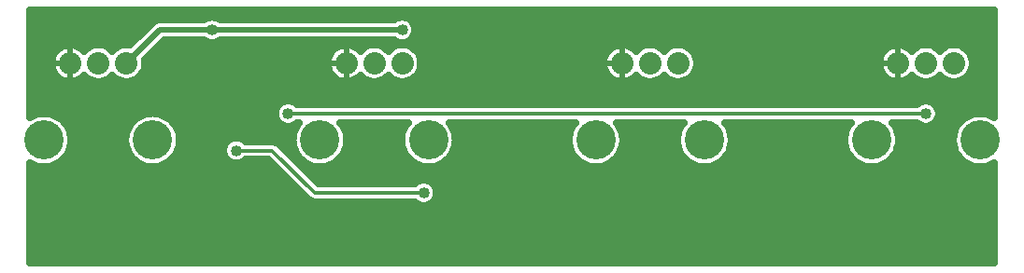
<source format=gbr>
G04 DipTrace 3.3.1.3*
G04 Bottom.gbr*
%MOIN*%
G04 #@! TF.FileFunction,Copper,L2,Bot*
G04 #@! TF.Part,Single*
G04 #@! TA.AperFunction,Conductor*
%ADD13C,0.012*%
G04 #@! TA.AperFunction,CopperBalancing*
%ADD14C,0.02*%
%ADD15C,0.025*%
G04 #@! TA.AperFunction,ComponentPad*
%ADD32C,0.08*%
%ADD33C,0.14*%
G04 #@! TA.AperFunction,ViaPad*
%ADD35C,0.04*%
%FSLAX26Y26*%
G04*
G70*
G90*
G75*
G01*
G04 Bottom*
%LPD*%
X1562992Y968504D2*
D13*
X3838583D1*
X1377953Y835827D2*
X1506693D1*
X1657480Y685039D1*
X2046748D1*
X985827Y1148327D2*
D14*
X1105217Y1267717D1*
X1291339D1*
X1970079D1*
D35*
X1562992Y968504D3*
X3838583D3*
X1377953Y835827D3*
X2046748Y685039D3*
X1970079Y1267717D3*
D3*
X1291339D3*
X644940Y1313025D2*
D15*
X1278427D1*
X1304276D2*
X1957140D1*
X1982988D2*
X4079474D1*
X644940Y1288156D2*
X1071554D1*
X2014352D2*
X4079474D1*
X644940Y1263287D2*
X1046686D1*
X2018873D2*
X4079474D1*
X644940Y1238419D2*
X1021819D1*
X2008682D2*
X4079474D1*
X644940Y1213550D2*
X770415D1*
X801251D2*
X870387D1*
X901260D2*
X970396D1*
X1105154D2*
X1754646D1*
X1785518D2*
X1854655D1*
X1885491D2*
X1954664D1*
X1985500D2*
X2738913D1*
X2769749D2*
X2838886D1*
X2869759D2*
X2938895D1*
X2969768D2*
X3723144D1*
X3754017D2*
X3823154D1*
X3854026D2*
X3923163D1*
X3954000D2*
X4079474D1*
X644940Y1188681D2*
X730475D1*
X1080286D2*
X1714743D1*
X2025440D2*
X2698974D1*
X3009671D2*
X3683241D1*
X3993938D2*
X4079474D1*
X644940Y1163812D2*
X718669D1*
X1055419D2*
X1702900D1*
X2037245D2*
X2687168D1*
X3021478D2*
X3671436D1*
X4005744D2*
X4079474D1*
X644940Y1138944D2*
X717486D1*
X1054163D2*
X1701752D1*
X2038394D2*
X2686020D1*
X3022661D2*
X3670251D1*
X4006892D2*
X4079474D1*
X644940Y1114075D2*
X726348D1*
X1045335D2*
X1710580D1*
X2029567D2*
X2694848D1*
X3013833D2*
X3679079D1*
X3998066D2*
X4079474D1*
X644940Y1089206D2*
X752903D1*
X818762D2*
X852912D1*
X918772D2*
X952886D1*
X1018745D2*
X1737134D1*
X1802993D2*
X1837143D1*
X1903003D2*
X1937152D1*
X2003012D2*
X2721402D1*
X2787261D2*
X2821411D1*
X2887270D2*
X2921385D1*
X2987244D2*
X3705669D1*
X3771529D2*
X3805642D1*
X3871501D2*
X3905651D1*
X3971510D2*
X4079474D1*
X644940Y1064337D2*
X4079474D1*
X644940Y1039469D2*
X4079474D1*
X644940Y1014600D2*
X1554448D1*
X1571575D2*
X3830008D1*
X3847126D2*
X4079474D1*
X644940Y989731D2*
X1519138D1*
X3882446D2*
X4079474D1*
X644940Y964862D2*
X659066D1*
X725105D2*
X1046543D1*
X1112581D2*
X1514150D1*
X3887434D2*
X3999310D1*
X4065348D2*
X4079474D1*
X764362Y939993D2*
X1007322D1*
X1151839D2*
X1523766D1*
X3877818D2*
X3960051D1*
X781550Y915125D2*
X990097D1*
X1169028D2*
X1586887D1*
X1765818D2*
X1974365D1*
X2153295D2*
X2571118D1*
X2750049D2*
X2958596D1*
X3137526D2*
X3555386D1*
X3734316D2*
X3942864D1*
X789588Y890256D2*
X982059D1*
X1177066D2*
X1578849D1*
X1773820D2*
X1966327D1*
X2161298D2*
X2563080D1*
X2758087D2*
X2950558D1*
X3145564D2*
X3547348D1*
X3742354D2*
X3934825D1*
X790736Y865387D2*
X980911D1*
X1178214D2*
X1339573D1*
X1522667D2*
X1577665D1*
X1775004D2*
X1965142D1*
X2162482D2*
X2561932D1*
X2759272D2*
X2949409D1*
X3146749D2*
X3546164D1*
X3743503D2*
X3933640D1*
X785318Y840518D2*
X986329D1*
X1172795D2*
X1329202D1*
X1550441D2*
X1583083D1*
X1769585D2*
X1970560D1*
X2157063D2*
X2567350D1*
X2753818D2*
X2954828D1*
X3141331D2*
X3551583D1*
X3738084D2*
X3939096D1*
X771933Y815650D2*
X999714D1*
X1159411D2*
X1333580D1*
X1575308D2*
X1596469D1*
X1756201D2*
X1983945D1*
X2143678D2*
X2580735D1*
X2740432D2*
X2968213D1*
X3127945D2*
X3565003D1*
X3724699D2*
X3952480D1*
X744554Y790781D2*
X1027093D1*
X1132031D2*
X1363938D1*
X1391976D2*
X1503277D1*
X1600176D2*
X1623883D1*
X1728822D2*
X2011361D1*
X2116298D2*
X2608115D1*
X2713052D2*
X2995592D1*
X3100530D2*
X3592382D1*
X3697320D2*
X3979860D1*
X644940Y765912D2*
X1528144D1*
X1625045D2*
X4079474D1*
X644940Y741043D2*
X1553012D1*
X1649912D2*
X4079474D1*
X644940Y716175D2*
X1577881D1*
X2083787D2*
X4079474D1*
X644940Y691306D2*
X1602748D1*
X2095306D2*
X4079474D1*
X644940Y666437D2*
X1627615D1*
X2091861D2*
X4079474D1*
X644940Y641568D2*
X2027760D1*
X2065738D2*
X4079474D1*
X644940Y616699D2*
X4079474D1*
X644940Y591831D2*
X4079474D1*
X644940Y566962D2*
X4079474D1*
X644940Y542093D2*
X4079474D1*
X644940Y517224D2*
X4079474D1*
X644940Y492356D2*
X4079474D1*
X644940Y467487D2*
X4079474D1*
X644940Y442618D2*
X4079474D1*
X835823Y1104492D2*
X830752Y1099307D1*
X825072Y1094651D1*
X818912Y1090650D1*
X812348Y1087353D1*
X805461Y1084799D1*
X798333Y1083021D1*
X791054Y1082041D1*
X783711Y1081869D1*
X776394Y1082507D1*
X769192Y1083949D1*
X762192Y1086177D1*
X755480Y1089163D1*
X749140Y1092871D1*
X743247Y1097256D1*
X737874Y1102265D1*
X733085Y1107835D1*
X728941Y1113899D1*
X725491Y1120383D1*
X722777Y1127210D1*
X720832Y1134293D1*
X719681Y1141547D1*
X719337Y1148885D1*
X719804Y1156215D1*
X721077Y1163449D1*
X723140Y1170499D1*
X725969Y1177278D1*
X729526Y1183703D1*
X733773Y1189698D1*
X738654Y1195186D1*
X744110Y1200104D1*
X750076Y1204390D1*
X756478Y1207991D1*
X763238Y1210865D1*
X770273Y1212974D1*
X777499Y1214295D1*
X784825Y1214811D1*
X792165Y1214516D1*
X799428Y1213413D1*
X806524Y1211516D1*
X813367Y1208848D1*
X819874Y1205441D1*
X825966Y1201336D1*
X831568Y1196585D1*
X835827Y1192151D1*
X842643Y1198887D1*
X851085Y1205021D1*
X860382Y1209757D1*
X870304Y1212982D1*
X880610Y1214614D1*
X891043D1*
X901349Y1212982D1*
X911272Y1209757D1*
X920568Y1205021D1*
X929010Y1198887D1*
X935820Y1192123D1*
X942643Y1198887D1*
X951085Y1205021D1*
X960382Y1209757D1*
X970304Y1212982D1*
X980610Y1214614D1*
X991043D1*
X999289Y1213391D1*
X1081517Y1295466D1*
X1086150Y1298831D1*
X1091252Y1301430D1*
X1096698Y1303201D1*
X1102353Y1304096D1*
X1151148Y1304209D1*
X1262497D1*
X1267046Y1307357D1*
X1273547Y1310669D1*
X1280486Y1312924D1*
X1287690Y1314066D1*
X1294987D1*
X1302192Y1312924D1*
X1309130Y1310669D1*
X1315631Y1307357D1*
X1320088Y1304209D1*
X1941238D1*
X1945786Y1307357D1*
X1952287Y1310669D1*
X1959226Y1312924D1*
X1966430Y1314066D1*
X1973727D1*
X1980932Y1312924D1*
X1987870Y1310669D1*
X1994371Y1307357D1*
X2000273Y1303070D1*
X2005432Y1297911D1*
X2009719Y1292009D1*
X2013031Y1285508D1*
X2015286Y1278570D1*
X2016428Y1271365D1*
Y1264068D1*
X2015286Y1256864D1*
X2013031Y1249925D1*
X2009719Y1243424D1*
X2005432Y1237522D1*
X2000273Y1232364D1*
X1994371Y1228076D1*
X1987870Y1224764D1*
X1980932Y1222509D1*
X1973727Y1221367D1*
X1966430D1*
X1959226Y1222509D1*
X1952287Y1224764D1*
X1945786Y1228076D1*
X1941329Y1231224D1*
X1320180D1*
X1315631Y1228076D1*
X1309130Y1224764D1*
X1302192Y1222509D1*
X1294987Y1221367D1*
X1287690D1*
X1280486Y1222509D1*
X1273547Y1224764D1*
X1267046Y1228076D1*
X1262589Y1231224D1*
X1120350D1*
X1050915Y1161807D1*
X1052114Y1153543D1*
Y1143110D1*
X1050482Y1132804D1*
X1047257Y1122882D1*
X1042521Y1113585D1*
X1036387Y1105143D1*
X1029010Y1097766D1*
X1020568Y1091633D1*
X1011272Y1086896D1*
X1001349Y1083672D1*
X991043Y1082039D1*
X980610D1*
X970304Y1083672D1*
X960382Y1086896D1*
X951085Y1091633D1*
X942643Y1097766D1*
X935833Y1104530D1*
X929010Y1097766D1*
X920568Y1091633D1*
X911272Y1086896D1*
X901349Y1083672D1*
X891043Y1082039D1*
X880610D1*
X870304Y1083672D1*
X860382Y1086896D1*
X851085Y1091633D1*
X842643Y1097766D1*
X835833Y1104530D1*
X788281Y865756D2*
X787391Y858232D1*
X785912Y850801D1*
X783856Y843509D1*
X781234Y836400D1*
X778062Y829520D1*
X774360Y822909D1*
X770151Y816610D1*
X765459Y810660D1*
X760316Y805097D1*
X754753Y799954D1*
X748803Y795262D1*
X742504Y791054D1*
X735894Y787352D1*
X729013Y784180D1*
X721904Y781558D1*
X714613Y779501D1*
X707181Y778022D1*
X699657Y777133D1*
X692087Y776835D1*
X684516Y777133D1*
X676992Y778022D1*
X669560Y779501D1*
X662269Y781558D1*
X655160Y784180D1*
X648280Y787352D1*
X642419Y790634D1*
X642421Y433732D1*
X4082016Y433760D1*
X4081988Y790615D1*
X4076130Y787352D1*
X4069249Y784180D1*
X4062140Y781558D1*
X4054849Y779501D1*
X4047417Y778022D1*
X4039894Y777133D1*
X4032323Y776835D1*
X4024752Y777133D1*
X4017228Y778022D1*
X4009797Y779501D1*
X4002505Y781558D1*
X3995396Y784180D1*
X3988516Y787352D1*
X3981906Y791054D1*
X3975606Y795262D1*
X3969656Y799954D1*
X3964093Y805097D1*
X3958950Y810660D1*
X3954259Y816610D1*
X3950050Y822909D1*
X3946348Y829520D1*
X3943176Y836400D1*
X3940554Y843509D1*
X3938497Y850801D1*
X3937018Y858232D1*
X3936129Y865756D1*
X3935831Y873327D1*
X3936129Y880898D1*
X3937018Y888421D1*
X3938497Y895853D1*
X3940554Y903144D1*
X3943176Y910253D1*
X3946348Y917134D1*
X3950050Y923744D1*
X3954259Y930043D1*
X3958950Y935993D1*
X3964093Y941556D1*
X3969656Y946699D1*
X3975606Y951391D1*
X3981906Y955600D1*
X3988516Y959302D1*
X3995396Y962474D1*
X4002505Y965096D1*
X4009797Y967152D1*
X4017228Y968631D1*
X4024752Y969521D1*
X4032323Y969819D1*
X4039894Y969521D1*
X4047417Y968631D1*
X4054849Y967152D1*
X4062140Y965096D1*
X4069249Y962474D1*
X4076130Y959302D1*
X4081991Y956020D1*
X4081988Y1337921D1*
X642394Y1337894D1*
X642421Y956063D1*
X648280Y959302D1*
X655160Y962474D1*
X662269Y965096D1*
X669560Y967152D1*
X676992Y968631D1*
X684516Y969521D1*
X692087Y969819D1*
X699657Y969521D1*
X707181Y968631D1*
X714613Y967152D1*
X721904Y965096D1*
X729013Y962474D1*
X735894Y959302D1*
X742504Y955600D1*
X748803Y951391D1*
X754753Y946699D1*
X760316Y941556D1*
X765459Y935993D1*
X770151Y930043D1*
X774360Y923744D1*
X778062Y917134D1*
X781234Y910253D1*
X783856Y903144D1*
X785912Y895853D1*
X787391Y888421D1*
X788281Y880898D1*
X788579Y873327D1*
X788281Y865756D1*
X1175761D2*
X1174871Y858232D1*
X1173392Y850801D1*
X1171336Y843509D1*
X1168714Y836400D1*
X1165542Y829520D1*
X1161840Y822909D1*
X1157631Y816610D1*
X1152940Y810660D1*
X1147797Y805097D1*
X1142234Y799954D1*
X1136283Y795262D1*
X1129984Y791054D1*
X1123374Y787352D1*
X1116493Y784180D1*
X1109385Y781558D1*
X1102093Y779501D1*
X1094661Y778022D1*
X1087138Y777133D1*
X1079567Y776835D1*
X1071996Y777133D1*
X1064472Y778022D1*
X1057041Y779501D1*
X1049749Y781558D1*
X1042640Y784180D1*
X1035760Y787352D1*
X1029150Y791054D1*
X1022850Y795262D1*
X1016900Y799954D1*
X1011337Y805097D1*
X1006194Y810660D1*
X1001503Y816610D1*
X997294Y822909D1*
X993592Y829520D1*
X990420Y836400D1*
X987798Y843509D1*
X985741Y850801D1*
X984262Y858232D1*
X983373Y865756D1*
X983075Y873327D1*
X983373Y880898D1*
X984262Y888421D1*
X985741Y895853D1*
X987798Y903144D1*
X990420Y910253D1*
X993592Y917134D1*
X997294Y923744D1*
X1001503Y930043D1*
X1006194Y935993D1*
X1011337Y941556D1*
X1016900Y946699D1*
X1022850Y951391D1*
X1029150Y955600D1*
X1035760Y959302D1*
X1042640Y962474D1*
X1049749Y965096D1*
X1057041Y967152D1*
X1064472Y968631D1*
X1071996Y969521D1*
X1079567Y969819D1*
X1087138Y969521D1*
X1094661Y968631D1*
X1102093Y967152D1*
X1109385Y965096D1*
X1116493Y962474D1*
X1123374Y959302D1*
X1129984Y955600D1*
X1136283Y951391D1*
X1142234Y946699D1*
X1147797Y941556D1*
X1152940Y935993D1*
X1157631Y930043D1*
X1161840Y923744D1*
X1165542Y917134D1*
X1168714Y910253D1*
X1171336Y903144D1*
X1173392Y895853D1*
X1174871Y888421D1*
X1175761Y880898D1*
X1176059Y873327D1*
X1175761Y865756D1*
X1820075Y1104492D2*
X1815004Y1099307D1*
X1809324Y1094651D1*
X1803164Y1090650D1*
X1796600Y1087353D1*
X1789713Y1084799D1*
X1782585Y1083021D1*
X1775306Y1082041D1*
X1767963Y1081869D1*
X1760646Y1082507D1*
X1753444Y1083949D1*
X1746444Y1086177D1*
X1739732Y1089163D1*
X1733392Y1092871D1*
X1727499Y1097256D1*
X1722126Y1102265D1*
X1717337Y1107835D1*
X1713193Y1113899D1*
X1709743Y1120383D1*
X1707029Y1127210D1*
X1705084Y1134293D1*
X1703933Y1141547D1*
X1703589Y1148885D1*
X1704056Y1156215D1*
X1705329Y1163449D1*
X1707392Y1170499D1*
X1710220Y1177278D1*
X1713778Y1183703D1*
X1718025Y1189698D1*
X1722906Y1195186D1*
X1728362Y1200104D1*
X1734328Y1204390D1*
X1740730Y1207991D1*
X1747490Y1210865D1*
X1754525Y1212974D1*
X1761751Y1214295D1*
X1769077Y1214811D1*
X1776417Y1214516D1*
X1783680Y1213413D1*
X1790776Y1211516D1*
X1797619Y1208848D1*
X1804126Y1205441D1*
X1810218Y1201336D1*
X1815820Y1196585D1*
X1820079Y1192151D1*
X1826895Y1198887D1*
X1835337Y1205021D1*
X1844634Y1209757D1*
X1854556Y1212982D1*
X1864862Y1214614D1*
X1875295D1*
X1885601Y1212982D1*
X1895524Y1209757D1*
X1904820Y1205021D1*
X1913262Y1198887D1*
X1920072Y1192123D1*
X1926895Y1198887D1*
X1935337Y1205021D1*
X1944634Y1209757D1*
X1954556Y1212982D1*
X1964862Y1214614D1*
X1975295D1*
X1985601Y1212982D1*
X1995524Y1209757D1*
X2004820Y1205021D1*
X2013262Y1198887D1*
X2020639Y1191510D1*
X2026773Y1183068D1*
X2031509Y1173772D1*
X2034734Y1163849D1*
X2036366Y1153543D1*
Y1143110D1*
X2034734Y1132804D1*
X2031509Y1122882D1*
X2026773Y1113585D1*
X2020639Y1105143D1*
X2013262Y1097766D1*
X2004820Y1091633D1*
X1995524Y1086896D1*
X1985601Y1083672D1*
X1975295Y1082039D1*
X1964862D1*
X1954556Y1083672D1*
X1944634Y1086896D1*
X1935337Y1091633D1*
X1926895Y1097766D1*
X1920085Y1104530D1*
X1913262Y1097766D1*
X1904820Y1091633D1*
X1895524Y1086896D1*
X1885601Y1083672D1*
X1875295Y1082039D1*
X1864862D1*
X1854556Y1083672D1*
X1844634Y1086896D1*
X1835337Y1091633D1*
X1826895Y1097766D1*
X1820085Y1104530D1*
X1772533Y865756D2*
X1771643Y858232D1*
X1770164Y850801D1*
X1768108Y843509D1*
X1765486Y836400D1*
X1762314Y829520D1*
X1758612Y822909D1*
X1754403Y816610D1*
X1749711Y810660D1*
X1744568Y805097D1*
X1739005Y799954D1*
X1733055Y795262D1*
X1726756Y791054D1*
X1720146Y787352D1*
X1713265Y784180D1*
X1706156Y781558D1*
X1698865Y779501D1*
X1691433Y778022D1*
X1683909Y777133D1*
X1676339Y776835D1*
X1668768Y777133D1*
X1661244Y778022D1*
X1653812Y779501D1*
X1646521Y781558D1*
X1639412Y784180D1*
X1632531Y787352D1*
X1625921Y791054D1*
X1619622Y795262D1*
X1613672Y799954D1*
X1608109Y805097D1*
X1602966Y810660D1*
X1598274Y816610D1*
X1594066Y822909D1*
X1590364Y829520D1*
X1587192Y836400D1*
X1584570Y843509D1*
X1582513Y850801D1*
X1581034Y858232D1*
X1580144Y865756D1*
X1579846Y873327D1*
X1580144Y880898D1*
X1581034Y888421D1*
X1582513Y895853D1*
X1584570Y903144D1*
X1587192Y910253D1*
X1590364Y917134D1*
X1594066Y923744D1*
X1598274Y930043D1*
X1602986Y936016D1*
X1596215Y936012D1*
X1590319Y930891D1*
X1584100Y927079D1*
X1577360Y924287D1*
X1570265Y922584D1*
X1562992Y922012D1*
X1555719Y922584D1*
X1548625Y924287D1*
X1541885Y927079D1*
X1535665Y930891D1*
X1530117Y935629D1*
X1525379Y941177D1*
X1521567Y947396D1*
X1518776Y954136D1*
X1517072Y961231D1*
X1516500Y968504D1*
X1517072Y975777D1*
X1518776Y982871D1*
X1521567Y989612D1*
X1525379Y995831D1*
X1530117Y1001379D1*
X1535665Y1006117D1*
X1541885Y1009929D1*
X1548625Y1012720D1*
X1555719Y1014424D1*
X1562992Y1014996D1*
X1570265Y1014424D1*
X1577360Y1012720D1*
X1584100Y1009929D1*
X1590319Y1006117D1*
X1596226Y1000991D1*
X3805360Y1000996D1*
X3811256Y1006117D1*
X3817475Y1009929D1*
X3824215Y1012720D1*
X3831310Y1014424D1*
X3838583Y1014996D1*
X3845856Y1014424D1*
X3852950Y1012720D1*
X3859690Y1009929D1*
X3865909Y1006117D1*
X3871458Y1001379D1*
X3876196Y995831D1*
X3880008Y989612D1*
X3882799Y982871D1*
X3884503Y975777D1*
X3885075Y968504D1*
X3884503Y961231D1*
X3882799Y954136D1*
X3880008Y947396D1*
X3876196Y941177D1*
X3871458Y935629D1*
X3865909Y930891D1*
X3859690Y927079D1*
X3852950Y924287D1*
X3845856Y922584D1*
X3838583Y922012D1*
X3831310Y922584D1*
X3824215Y924287D1*
X3817475Y927079D1*
X3811256Y930891D1*
X3805349Y936017D1*
X3718215Y935993D1*
X3722907Y930043D1*
X3727115Y923744D1*
X3730818Y917134D1*
X3733990Y910253D1*
X3736612Y903144D1*
X3738668Y895853D1*
X3740147Y888421D1*
X3741037Y880898D1*
X3741335Y873327D1*
X3741037Y865756D1*
X3740147Y858232D1*
X3738668Y850801D1*
X3736612Y843509D1*
X3733990Y836400D1*
X3730818Y829520D1*
X3727115Y822909D1*
X3722907Y816610D1*
X3718215Y810660D1*
X3713072Y805097D1*
X3707509Y799954D1*
X3701559Y795262D1*
X3695260Y791054D1*
X3688650Y787352D1*
X3681769Y784180D1*
X3674660Y781558D1*
X3667369Y779501D1*
X3659937Y778022D1*
X3652413Y777133D1*
X3644843Y776835D1*
X3637272Y777133D1*
X3629748Y778022D1*
X3622316Y779501D1*
X3615025Y781558D1*
X3607916Y784180D1*
X3601035Y787352D1*
X3594425Y791054D1*
X3588126Y795262D1*
X3582176Y799954D1*
X3576613Y805097D1*
X3571470Y810660D1*
X3566778Y816610D1*
X3562570Y822909D1*
X3558867Y829520D1*
X3555696Y836400D1*
X3553073Y843509D1*
X3551017Y850801D1*
X3549538Y858232D1*
X3548648Y865756D1*
X3548350Y873327D1*
X3548648Y880898D1*
X3549538Y888421D1*
X3551017Y895853D1*
X3553073Y903144D1*
X3555696Y910253D1*
X3558867Y917134D1*
X3562570Y923744D1*
X3566778Y930043D1*
X3571490Y936016D1*
X3121444Y935993D1*
X3126135Y930043D1*
X3130344Y923744D1*
X3134046Y917134D1*
X3137218Y910253D1*
X3139840Y903144D1*
X3141896Y895853D1*
X3143375Y888421D1*
X3144265Y880898D1*
X3144563Y873327D1*
X3144265Y865756D1*
X3143375Y858232D1*
X3141896Y850801D1*
X3139840Y843509D1*
X3137218Y836400D1*
X3134046Y829520D1*
X3130344Y822909D1*
X3126135Y816610D1*
X3121444Y810660D1*
X3116301Y805097D1*
X3110738Y799954D1*
X3104787Y795262D1*
X3098488Y791054D1*
X3091878Y787352D1*
X3084997Y784180D1*
X3077888Y781558D1*
X3070597Y779501D1*
X3063165Y778022D1*
X3055642Y777133D1*
X3048071Y776835D1*
X3040500Y777133D1*
X3032976Y778022D1*
X3025545Y779501D1*
X3018253Y781558D1*
X3011144Y784180D1*
X3004264Y787352D1*
X2997654Y791054D1*
X2991354Y795262D1*
X2985404Y799954D1*
X2979841Y805097D1*
X2974698Y810660D1*
X2970007Y816610D1*
X2965798Y822909D1*
X2962096Y829520D1*
X2958924Y836400D1*
X2956302Y843509D1*
X2954245Y850801D1*
X2952766Y858232D1*
X2951877Y865756D1*
X2951579Y873327D1*
X2951877Y880898D1*
X2952766Y888421D1*
X2954245Y895853D1*
X2956302Y903144D1*
X2958924Y910253D1*
X2962096Y917134D1*
X2965798Y923744D1*
X2970007Y930043D1*
X2974718Y936016D1*
X2733963Y935993D1*
X2738655Y930043D1*
X2742864Y923744D1*
X2746566Y917134D1*
X2749738Y910253D1*
X2752360Y903144D1*
X2754416Y895853D1*
X2755895Y888421D1*
X2756785Y880898D1*
X2757083Y873327D1*
X2756785Y865756D1*
X2755895Y858232D1*
X2754416Y850801D1*
X2752360Y843509D1*
X2749738Y836400D1*
X2746566Y829520D1*
X2742864Y822909D1*
X2738655Y816610D1*
X2733963Y810660D1*
X2728820Y805097D1*
X2723257Y799954D1*
X2717307Y795262D1*
X2711008Y791054D1*
X2704398Y787352D1*
X2697517Y784180D1*
X2690408Y781558D1*
X2683117Y779501D1*
X2675685Y778022D1*
X2668161Y777133D1*
X2660591Y776835D1*
X2653020Y777133D1*
X2645496Y778022D1*
X2638064Y779501D1*
X2630773Y781558D1*
X2623664Y784180D1*
X2616783Y787352D1*
X2610173Y791054D1*
X2603874Y795262D1*
X2597924Y799954D1*
X2592361Y805097D1*
X2587218Y810660D1*
X2582526Y816610D1*
X2578318Y822909D1*
X2574615Y829520D1*
X2571444Y836400D1*
X2568822Y843509D1*
X2566765Y850801D1*
X2565286Y858232D1*
X2564396Y865756D1*
X2564098Y873327D1*
X2564396Y880898D1*
X2565286Y888421D1*
X2566765Y895853D1*
X2568822Y903144D1*
X2571444Y910253D1*
X2574615Y917134D1*
X2578318Y923744D1*
X2582526Y930043D1*
X2587238Y936016D1*
X2137192Y935993D1*
X2141883Y930043D1*
X2146092Y923744D1*
X2149794Y917134D1*
X2152966Y910253D1*
X2155588Y903144D1*
X2157644Y895853D1*
X2159123Y888421D1*
X2160013Y880898D1*
X2160311Y873327D1*
X2160013Y865756D1*
X2159123Y858232D1*
X2157644Y850801D1*
X2155588Y843509D1*
X2152966Y836400D1*
X2149794Y829520D1*
X2146092Y822909D1*
X2141883Y816610D1*
X2137192Y810660D1*
X2132049Y805097D1*
X2126486Y799954D1*
X2120535Y795262D1*
X2114236Y791054D1*
X2107626Y787352D1*
X2100745Y784180D1*
X2093636Y781558D1*
X2086345Y779501D1*
X2078913Y778022D1*
X2071390Y777133D1*
X2063819Y776835D1*
X2056248Y777133D1*
X2048724Y778022D1*
X2041293Y779501D1*
X2034001Y781558D1*
X2026892Y784180D1*
X2020012Y787352D1*
X2013402Y791054D1*
X2007102Y795262D1*
X2001152Y799954D1*
X1995589Y805097D1*
X1990446Y810660D1*
X1985755Y816610D1*
X1981546Y822909D1*
X1977844Y829520D1*
X1974672Y836400D1*
X1972050Y843509D1*
X1969993Y850801D1*
X1968514Y858232D1*
X1967625Y865756D1*
X1967327Y873327D1*
X1967625Y880898D1*
X1968514Y888421D1*
X1969993Y895853D1*
X1972050Y903144D1*
X1974672Y910253D1*
X1977844Y917134D1*
X1981546Y923744D1*
X1985755Y930043D1*
X1990466Y936016D1*
X1749711Y935993D1*
X1754403Y930043D1*
X1758612Y923744D1*
X1762314Y917134D1*
X1765486Y910253D1*
X1768108Y903144D1*
X1770164Y895853D1*
X1771643Y888421D1*
X1772533Y880898D1*
X1772831Y873327D1*
X1772533Y865756D1*
X2804327Y1104492D2*
X2799256Y1099307D1*
X2793576Y1094651D1*
X2787416Y1090650D1*
X2780852Y1087353D1*
X2773965Y1084799D1*
X2766837Y1083021D1*
X2759558Y1082041D1*
X2752215Y1081869D1*
X2744898Y1082507D1*
X2737696Y1083949D1*
X2730696Y1086177D1*
X2723984Y1089163D1*
X2717644Y1092871D1*
X2711751Y1097256D1*
X2706378Y1102265D1*
X2701589Y1107835D1*
X2697445Y1113899D1*
X2693995Y1120383D1*
X2691281Y1127210D1*
X2689336Y1134293D1*
X2688185Y1141547D1*
X2687841Y1148885D1*
X2688308Y1156215D1*
X2689581Y1163449D1*
X2691644Y1170499D1*
X2694472Y1177278D1*
X2698030Y1183703D1*
X2702277Y1189698D1*
X2707157Y1195186D1*
X2712614Y1200104D1*
X2718580Y1204390D1*
X2724982Y1207991D1*
X2731741Y1210865D1*
X2738777Y1212974D1*
X2746003Y1214295D1*
X2753329Y1214811D1*
X2760669Y1214516D1*
X2767932Y1213413D1*
X2775028Y1211516D1*
X2781871Y1208848D1*
X2788378Y1205441D1*
X2794470Y1201336D1*
X2800072Y1196585D1*
X2804331Y1192151D1*
X2811147Y1198887D1*
X2819589Y1205021D1*
X2828886Y1209757D1*
X2838808Y1212982D1*
X2849114Y1214614D1*
X2859547D1*
X2869853Y1212982D1*
X2879776Y1209757D1*
X2889072Y1205021D1*
X2897514Y1198887D1*
X2904324Y1192123D1*
X2911147Y1198887D1*
X2919589Y1205021D1*
X2928886Y1209757D1*
X2938808Y1212982D1*
X2949114Y1214614D1*
X2959547D1*
X2969853Y1212982D1*
X2979776Y1209757D1*
X2989072Y1205021D1*
X2997514Y1198887D1*
X3004891Y1191510D1*
X3011025Y1183068D1*
X3015761Y1173772D1*
X3018986Y1163849D1*
X3020618Y1153543D1*
Y1143110D1*
X3018986Y1132804D1*
X3015761Y1122882D1*
X3011025Y1113585D1*
X3004891Y1105143D1*
X2997514Y1097766D1*
X2989072Y1091633D1*
X2979776Y1086896D1*
X2969853Y1083672D1*
X2959547Y1082039D1*
X2949114D1*
X2938808Y1083672D1*
X2928886Y1086896D1*
X2919589Y1091633D1*
X2911147Y1097766D1*
X2904337Y1104530D1*
X2897514Y1097766D1*
X2889072Y1091633D1*
X2879776Y1086896D1*
X2869853Y1083672D1*
X2859547Y1082039D1*
X2849114D1*
X2838808Y1083672D1*
X2828886Y1086896D1*
X2819589Y1091633D1*
X2811147Y1097766D1*
X2804337Y1104530D1*
X3788579Y1104492D2*
X3783508Y1099307D1*
X3777828Y1094651D1*
X3771668Y1090650D1*
X3765104Y1087353D1*
X3758217Y1084799D1*
X3751089Y1083021D1*
X3743810Y1082041D1*
X3736467Y1081869D1*
X3729150Y1082507D1*
X3721948Y1083949D1*
X3714948Y1086177D1*
X3708236Y1089163D1*
X3701896Y1092871D1*
X3696003Y1097256D1*
X3690630Y1102265D1*
X3685841Y1107835D1*
X3681697Y1113899D1*
X3678247Y1120383D1*
X3675533Y1127210D1*
X3673588Y1134293D1*
X3672437Y1141547D1*
X3672093Y1148885D1*
X3672560Y1156215D1*
X3673833Y1163449D1*
X3675896Y1170499D1*
X3678724Y1177278D1*
X3682282Y1183703D1*
X3686529Y1189698D1*
X3691409Y1195186D1*
X3696866Y1200104D1*
X3702832Y1204390D1*
X3709234Y1207991D1*
X3715993Y1210865D1*
X3723029Y1212974D1*
X3730255Y1214295D1*
X3737581Y1214811D1*
X3744921Y1214516D1*
X3752184Y1213413D1*
X3759280Y1211516D1*
X3766123Y1208848D1*
X3772630Y1205441D1*
X3778722Y1201336D1*
X3784324Y1196585D1*
X3788583Y1192151D1*
X3795399Y1198887D1*
X3803841Y1205021D1*
X3813138Y1209757D1*
X3823060Y1212982D1*
X3833366Y1214614D1*
X3843799D1*
X3854105Y1212982D1*
X3864028Y1209757D1*
X3873324Y1205021D1*
X3881766Y1198887D1*
X3888576Y1192123D1*
X3895399Y1198887D1*
X3903841Y1205021D1*
X3913138Y1209757D1*
X3923060Y1212982D1*
X3933366Y1214614D1*
X3943799D1*
X3954105Y1212982D1*
X3964028Y1209757D1*
X3973324Y1205021D1*
X3981766Y1198887D1*
X3989143Y1191510D1*
X3995277Y1183068D1*
X4000013Y1173772D1*
X4003238Y1163849D1*
X4004870Y1153543D1*
Y1143110D1*
X4003238Y1132804D1*
X4000013Y1122882D1*
X3995277Y1113585D1*
X3989143Y1105143D1*
X3981766Y1097766D1*
X3973324Y1091633D1*
X3964028Y1086896D1*
X3954105Y1083672D1*
X3943799Y1082039D1*
X3933366D1*
X3923060Y1083672D1*
X3913138Y1086896D1*
X3903841Y1091633D1*
X3895399Y1097766D1*
X3888589Y1104530D1*
X3881766Y1097766D1*
X3873324Y1091633D1*
X3864028Y1086896D1*
X3854105Y1083672D1*
X3843799Y1082039D1*
X3833366D1*
X3823060Y1083672D1*
X3813138Y1086896D1*
X3803841Y1091633D1*
X3795399Y1097766D1*
X3788589Y1104530D1*
X1411218Y868319D2*
X1509243Y868219D1*
X1514278Y867421D1*
X1519127Y865845D1*
X1523671Y863531D1*
X1527795Y860534D1*
X1575139Y813332D1*
X1670925Y717546D1*
X2013487Y717531D1*
X2019421Y722652D1*
X2025640Y726465D1*
X2032381Y729256D1*
X2039475Y730959D1*
X2046748Y731531D1*
X2054021Y730959D1*
X2061115Y729256D1*
X2067856Y726465D1*
X2074075Y722652D1*
X2079623Y717915D1*
X2084361Y712366D1*
X2088173Y706147D1*
X2090965Y699407D1*
X2092668Y692312D1*
X2093240Y685039D1*
X2092668Y677766D1*
X2090965Y670672D1*
X2088173Y663932D1*
X2084361Y657713D1*
X2079623Y652164D1*
X2074075Y647427D1*
X2067856Y643614D1*
X2061115Y640823D1*
X2054021Y639119D1*
X2046748Y638547D1*
X2039475Y639119D1*
X2032381Y640823D1*
X2025640Y643614D1*
X2019421Y647427D1*
X2013514Y652552D1*
X1654930Y652647D1*
X1649895Y653445D1*
X1645046Y655021D1*
X1640503Y657335D1*
X1636378Y660332D1*
X1589034Y707534D1*
X1493248Y803320D1*
X1411205Y803335D1*
X1405280Y798214D1*
X1399060Y794402D1*
X1392320Y791610D1*
X1385226Y789907D1*
X1377953Y789335D1*
X1370680Y789907D1*
X1363585Y791610D1*
X1356845Y794402D1*
X1350626Y798214D1*
X1345077Y802951D1*
X1340340Y808500D1*
X1336528Y814719D1*
X1333736Y821459D1*
X1332033Y828554D1*
X1331461Y835827D1*
X1332033Y843100D1*
X1333736Y850194D1*
X1336528Y856934D1*
X1340340Y863154D1*
X1345077Y868702D1*
X1350626Y873440D1*
X1356845Y877252D1*
X1363585Y880043D1*
X1370680Y881747D1*
X1377953Y882319D1*
X1385226Y881747D1*
X1392320Y880043D1*
X1399060Y877252D1*
X1405280Y873440D1*
X1411186Y868314D1*
X1941329Y1304209D2*
X1945786Y1307357D1*
X1952287Y1310669D1*
X1959226Y1312924D1*
X1966430Y1314066D1*
X1973727D1*
X1980932Y1312924D1*
X1987870Y1310669D1*
X1994371Y1307357D1*
X2000273Y1303070D1*
X2005432Y1297911D1*
X2009719Y1292009D1*
X2013031Y1285508D1*
X2015286Y1278570D1*
X2016428Y1271365D1*
Y1264068D1*
X2015286Y1256864D1*
X2013031Y1249925D1*
X2009719Y1243424D1*
X2005432Y1237522D1*
X2000273Y1232364D1*
X1994371Y1228076D1*
X1987870Y1224764D1*
X1980932Y1222509D1*
X1973727Y1221367D1*
X1966430D1*
X1959226Y1222509D1*
X1952287Y1224764D1*
X1945786Y1228076D1*
X1941329Y1231224D1*
X785827Y1214783D2*
D14*
Y1081870D1*
X719370Y1148327D2*
X785827D1*
X1770079Y1214783D2*
Y1081870D1*
X1703622Y1148327D2*
X1770079D1*
X2754331Y1214783D2*
Y1081870D1*
X2687874Y1148327D2*
X2754331D1*
X3738583Y1214783D2*
Y1081870D1*
X3672126Y1148327D2*
X3738583D1*
D32*
X785827D3*
X885827D3*
X985827D3*
D33*
X692087Y873327D3*
X1079567D3*
D32*
X1770079Y1148327D3*
X1870079D3*
X1970079D3*
D33*
X1676339Y873327D3*
X2063819D3*
D32*
X2754331Y1148327D3*
X2854331D3*
X2954331D3*
D33*
X2660591Y873327D3*
X3048071D3*
D32*
X3738583Y1148327D3*
X3838583D3*
X3938583D3*
D33*
X3644843Y873327D3*
X4032323D3*
M02*

</source>
